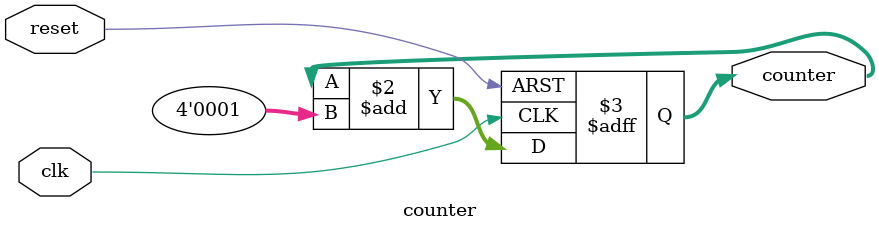
<source format=v>
`timescale 1ns / 1ps


module counter(input clk, reset, output reg [3:0] counter
    );

// up counter
always @(posedge clk or posedge reset)
begin
if(reset)
 counter <= 4'd0;
else
 counter <= counter + 4'd1;
end 

endmodule

</source>
